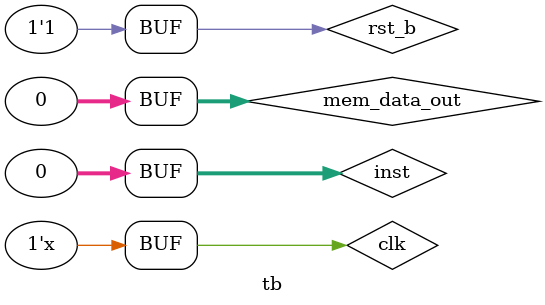
<source format=sv>

module tb;

logic clk;
logic rst_b;
logic [31:0] inst, mem_data_out;

wire [29:0] inst_addr, mem_addr;
wire [31:0] mem_data_in;
wire [3:0] mem_write_en;
wire halted;

always #5 clk = ~clk;

initial begin
	$dumpfile("dump.vcd");
	$dumpvars(0, tb);
	clk = 0;
	rst_b = 0;
	inst = 0;
	mem_data_out = 0;
	#7 rst_b = 1;
end

endmodule

</source>
